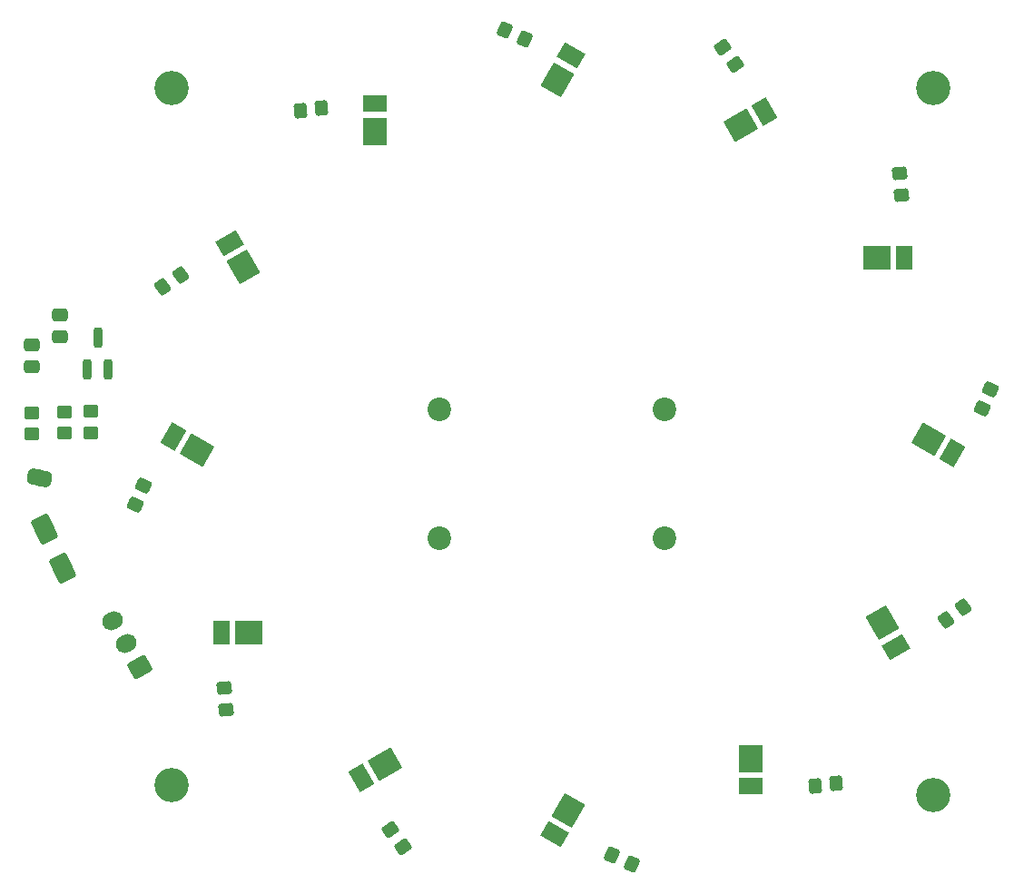
<source format=gbr>
%TF.GenerationSoftware,KiCad,Pcbnew,9.0.7-9.0.7~ubuntu24.04.1*%
%TF.CreationDate,2026-01-05T15:50:35+05:30*%
%TF.ProjectId,RPI_Cam3_RL,5250495f-4361-46d3-935f-524c2e6b6963,rev?*%
%TF.SameCoordinates,Original*%
%TF.FileFunction,Soldermask,Top*%
%TF.FilePolarity,Negative*%
%FSLAX46Y46*%
G04 Gerber Fmt 4.6, Leading zero omitted, Abs format (unit mm)*
G04 Created by KiCad (PCBNEW 9.0.7-9.0.7~ubuntu24.04.1) date 2026-01-05 15:50:35*
%MOMM*%
%LPD*%
G01*
G04 APERTURE LIST*
G04 Aperture macros list*
%AMRoundRect*
0 Rectangle with rounded corners*
0 $1 Rounding radius*
0 $2 $3 $4 $5 $6 $7 $8 $9 X,Y pos of 4 corners*
0 Add a 4 corners polygon primitive as box body*
4,1,4,$2,$3,$4,$5,$6,$7,$8,$9,$2,$3,0*
0 Add four circle primitives for the rounded corners*
1,1,$1+$1,$2,$3*
1,1,$1+$1,$4,$5*
1,1,$1+$1,$6,$7*
1,1,$1+$1,$8,$9*
0 Add four rect primitives between the rounded corners*
20,1,$1+$1,$2,$3,$4,$5,0*
20,1,$1+$1,$4,$5,$6,$7,0*
20,1,$1+$1,$6,$7,$8,$9,0*
20,1,$1+$1,$8,$9,$2,$3,0*%
%AMHorizOval*
0 Thick line with rounded ends*
0 $1 width*
0 $2 $3 position (X,Y) of the first rounded end (center of the circle)*
0 $4 $5 position (X,Y) of the second rounded end (center of the circle)*
0 Add line between two ends*
20,1,$1,$2,$3,$4,$5,0*
0 Add two circle primitives to create the rounded ends*
1,1,$1,$2,$3*
1,1,$1,$4,$5*%
%AMRotRect*
0 Rectangle, with rotation*
0 The origin of the aperture is its center*
0 $1 length*
0 $2 width*
0 $3 Rotation angle, in degrees counterclockwise*
0 Add horizontal line*
21,1,$1,$2,0,0,$3*%
%AMFreePoly0*
4,1,23,0.500000,-0.750000,0.000000,-0.750000,0.000000,-0.745722,-0.065263,-0.745722,-0.191342,-0.711940,-0.304381,-0.646677,-0.396677,-0.554381,-0.461940,-0.441342,-0.495722,-0.315263,-0.495722,-0.250000,-0.500000,-0.250000,-0.500000,0.250000,-0.495722,0.250000,-0.495722,0.315263,-0.461940,0.441342,-0.396677,0.554381,-0.304381,0.646677,-0.191342,0.711940,-0.065263,0.745722,0.000000,0.745722,
0.000000,0.750000,0.500000,0.750000,0.500000,-0.750000,0.500000,-0.750000,$1*%
%AMFreePoly1*
4,1,23,0.000000,0.745722,0.065263,0.745722,0.191342,0.711940,0.304381,0.646677,0.396677,0.554381,0.461940,0.441342,0.495722,0.315263,0.495722,0.250000,0.500000,0.250000,0.500000,-0.250000,0.495722,-0.250000,0.495722,-0.315263,0.461940,-0.441342,0.396677,-0.554381,0.304381,-0.646677,0.191342,-0.711940,0.065263,-0.745722,0.000000,-0.745722,0.000000,-0.750000,-0.500000,-0.750000,
-0.500000,0.750000,0.000000,0.750000,0.000000,0.745722,0.000000,0.745722,$1*%
G04 Aperture macros list end*
%ADD10C,0.000000*%
%ADD11RoundRect,0.250000X-0.018653X-0.569782X0.547659X-0.158333X0.018653X0.569782X-0.547659X0.158333X0*%
%ADD12C,2.200000*%
%ADD13RotRect,2.500000X2.200000X240.000000*%
%ADD14RotRect,1.550000X2.200000X240.000000*%
%ADD15RoundRect,0.250000X-0.569782X0.018653X-0.158333X-0.547659X0.569782X-0.018653X0.158333X0.547659X0*%
%ADD16RoundRect,0.250000X0.475000X-0.337500X0.475000X0.337500X-0.475000X0.337500X-0.475000X-0.337500X0*%
%ADD17RoundRect,0.250000X-0.502772X-0.268738X0.136709X-0.553453X0.502772X0.268738X-0.136709X0.553453X0*%
%ADD18RoundRect,0.200000X0.200000X-0.750000X0.200000X0.750000X-0.200000X0.750000X-0.200000X-0.750000X0*%
%ADD19RoundRect,0.250000X-0.484120X0.301045X-0.410950X-0.395120X0.484120X-0.301045X0.410950X0.395120X0*%
%ADD20RotRect,2.500000X2.200000X300.000000*%
%ADD21RotRect,1.550000X2.200000X300.000000*%
%ADD22R,2.200000X2.500000*%
%ADD23R,2.200000X1.550000*%
%ADD24RoundRect,0.250000X0.301045X0.484120X-0.395120X0.410950X-0.301045X-0.484120X0.395120X-0.410950X0*%
%ADD25R,2.500000X2.200000*%
%ADD26R,1.550000X2.200000*%
%ADD27RoundRect,0.250000X-0.268738X0.502772X-0.553453X-0.136709X0.268738X-0.502772X0.553453X0.136709X0*%
%ADD28RoundRect,0.250000X0.018653X0.569782X-0.547659X0.158333X-0.018653X-0.569782X0.547659X-0.158333X0*%
%ADD29RotRect,2.500000X2.200000X330.000000*%
%ADD30RotRect,1.550000X2.200000X330.000000*%
%ADD31RoundRect,0.250000X0.927868X-0.157115X0.327868X0.882115X-0.927868X0.157115X-0.327868X-0.882115X0*%
%ADD32HorizOval,1.700000X0.108253X0.062500X-0.108253X-0.062500X0*%
%ADD33RotRect,2.500000X2.200000X60.000000*%
%ADD34RotRect,1.550000X2.200000X60.000000*%
%ADD35RoundRect,0.250000X-0.301045X-0.484120X0.395120X-0.410950X0.301045X0.484120X-0.395120X0.410950X0*%
%ADD36RoundRect,0.250000X0.450000X-0.350000X0.450000X0.350000X-0.450000X0.350000X-0.450000X-0.350000X0*%
%ADD37C,3.200000*%
%ADD38RotRect,2.500000X2.200000X30.000000*%
%ADD39RotRect,1.550000X2.200000X30.000000*%
%ADD40RoundRect,0.250000X-1.011718X0.631606X-0.166482X-1.181010X1.011718X-0.631606X0.166482X1.181010X0*%
%ADD41FreePoly0,350.000000*%
%ADD42FreePoly1,350.000000*%
%ADD43RoundRect,0.250000X0.484120X-0.301045X0.410950X0.395120X-0.484120X0.301045X-0.410950X-0.395120X0*%
%ADD44RotRect,2.500000X2.200000X150.000000*%
%ADD45RotRect,1.550000X2.200000X150.000000*%
%ADD46RoundRect,0.250000X0.502772X0.268738X-0.136709X0.553453X-0.502772X-0.268738X0.136709X-0.553453X0*%
%ADD47RoundRect,0.250000X0.569782X-0.018653X0.158333X0.547659X-0.569782X0.018653X-0.158333X-0.547659X0*%
%ADD48RoundRect,0.250000X0.268738X-0.502772X0.553453X0.136709X-0.268738X0.502772X-0.553453X-0.136709X0*%
%ADD49RotRect,2.500000X2.200000X120.000000*%
%ADD50RotRect,1.550000X2.200000X120.000000*%
%ADD51RotRect,2.500000X2.200000X210.000000*%
%ADD52RotRect,1.550000X2.200000X210.000000*%
G04 APERTURE END LIST*
D10*
%TO.C,JP1*%
G36*
X101963972Y-110661546D02*
G01*
X101703500Y-112138758D01*
X101408058Y-112086664D01*
X101668530Y-110609452D01*
X101963972Y-110661546D01*
G37*
%TD*%
D11*
%TO.C,R12*%
X113190983Y-93587785D03*
X114809017Y-92412215D03*
%TD*%
D12*
%TO.C,H3*%
X160000000Y-105000000D03*
%TD*%
%TO.C,H2*%
X139000000Y-117000000D03*
%TD*%
D13*
%TO.C,D8*%
X151025000Y-142401563D03*
D14*
X149737500Y-144631578D03*
%TD*%
D15*
%TO.C,R3*%
X165412215Y-71190983D03*
X166587785Y-72809017D03*
%TD*%
D16*
%TO.C,C2*%
X101000000Y-101037500D03*
X101000000Y-98962500D03*
%TD*%
D17*
%TO.C,R2*%
X145086455Y-69593262D03*
X146913545Y-70406738D03*
%TD*%
D18*
%TO.C,Q1*%
X106152951Y-101265856D03*
X108052951Y-101265856D03*
X107102951Y-98265856D03*
%TD*%
D19*
%TO.C,R4*%
X181895472Y-83005478D03*
X182104528Y-84994522D03*
%TD*%
D20*
%TO.C,D6*%
X180285889Y-124901563D03*
D21*
X181573389Y-127131579D03*
%TD*%
D12*
%TO.C,H1*%
X139000000Y-105000000D03*
%TD*%
D22*
%TO.C,D1*%
X133000000Y-79050000D03*
D23*
X133000000Y-76475000D03*
%TD*%
D24*
%TO.C,R7*%
X175994522Y-139895472D03*
X174005478Y-140104528D03*
%TD*%
D25*
%TO.C,D10*%
X121239110Y-125810890D03*
D26*
X118664110Y-125810890D03*
%TD*%
D27*
%TO.C,R5*%
X190406737Y-103086454D03*
X189593263Y-104913546D03*
%TD*%
D28*
%TO.C,R6*%
X187809017Y-123412215D03*
X186190983Y-124587785D03*
%TD*%
D29*
%TO.C,D5*%
X184590674Y-107785890D03*
D30*
X186820688Y-109073390D03*
%TD*%
D31*
%TO.C,J1*%
X111000000Y-129000000D03*
D32*
X109750000Y-126834936D03*
X108500000Y-124669873D03*
%TD*%
D33*
%TO.C,D2*%
X149975000Y-74220216D03*
D34*
X151262500Y-71990201D03*
%TD*%
D35*
%TO.C,R1*%
X126005478Y-77104529D03*
X127994522Y-76895471D03*
%TD*%
D36*
%TO.C,F1*%
X101000000Y-107300000D03*
X101000000Y-105300000D03*
%TD*%
D37*
%TO.C,H8*%
X114000000Y-140000000D03*
%TD*%
D12*
%TO.C,H4*%
X160000000Y-117000000D03*
%TD*%
D38*
%TO.C,D3*%
X167090673Y-78525000D03*
D39*
X169320689Y-77237500D03*
%TD*%
D25*
%TO.C,D4*%
X179760889Y-90810890D03*
D26*
X182335889Y-90810890D03*
%TD*%
D16*
%TO.C,C1*%
X103600000Y-98237500D03*
X103600000Y-96162500D03*
%TD*%
D40*
%TO.C,DP1*%
X102154763Y-116187384D03*
X103845237Y-119812616D03*
%TD*%
D41*
%TO.C,JP1*%
X101045890Y-111261234D03*
D42*
X102326140Y-111486976D03*
%TD*%
D43*
%TO.C,R10*%
X119104529Y-132994522D03*
X118895471Y-131005478D03*
%TD*%
D44*
%TO.C,D11*%
X116409326Y-108835889D03*
D45*
X114179311Y-107548390D03*
%TD*%
D36*
%TO.C,RP1*%
X106488247Y-107189310D03*
X106488247Y-105189310D03*
%TD*%
D37*
%TO.C,H6*%
X114000000Y-75000000D03*
%TD*%
%TO.C,H5*%
X185000000Y-75000000D03*
%TD*%
D46*
%TO.C,R8*%
X156913546Y-147406737D03*
X155086454Y-146593263D03*
%TD*%
D37*
%TO.C,H7*%
X185000000Y-141000000D03*
%TD*%
D47*
%TO.C,R9*%
X135587785Y-145809017D03*
X134412215Y-144190983D03*
%TD*%
D48*
%TO.C,R11*%
X110593264Y-113913545D03*
X111406736Y-112086455D03*
%TD*%
D22*
%TO.C,D7*%
X168000000Y-137571779D03*
D23*
X168000000Y-140146779D03*
%TD*%
D49*
%TO.C,D12*%
X120714110Y-91720217D03*
D50*
X119426610Y-89490201D03*
%TD*%
D51*
%TO.C,D9*%
X133909327Y-138096779D03*
D52*
X131679311Y-139384279D03*
%TD*%
D36*
%TO.C,RP2*%
X104000000Y-107200000D03*
X104000000Y-105200000D03*
%TD*%
M02*

</source>
